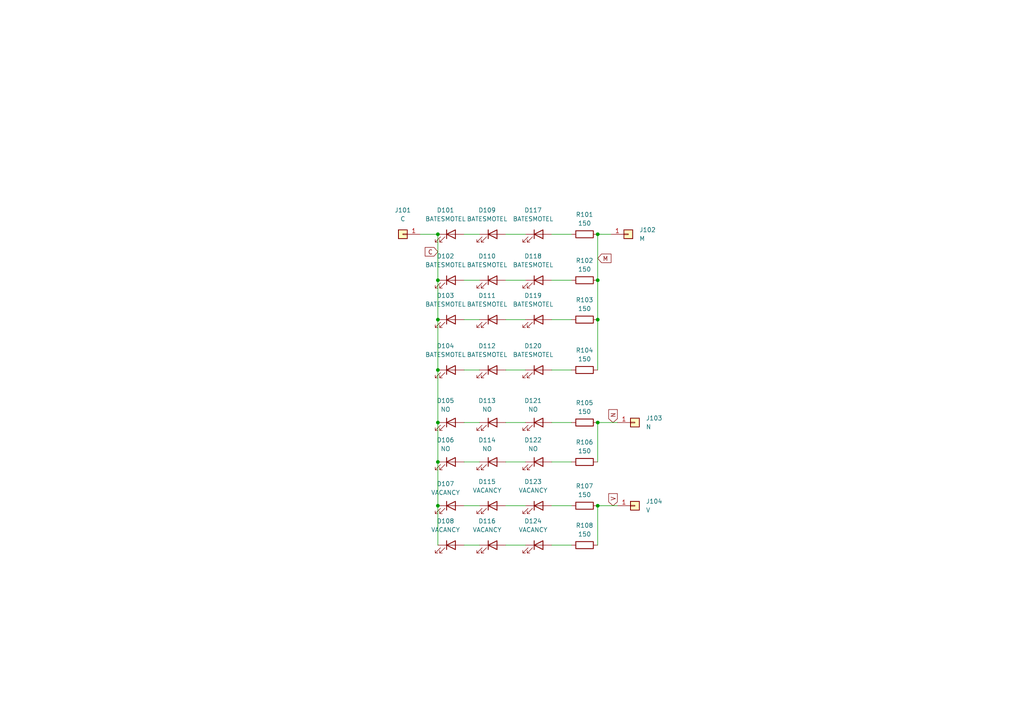
<source format=kicad_sch>
(kicad_sch (version 20211123) (generator eeschema)
  (paper "A4")
  (lib_symbols
    (symbol "Connector_Generic:Conn_01x01" (pin_names (offset 1.016) hide)
      (property "Reference" "J" (at 0 2.54 0))
      (property "Value" "Conn_01x01" (at 0 -2.54 0))
      (symbol "Conn_01x01_1_1"
        (rectangle (start -1.27 0.127) (end 0 -0.127) (stroke (width 0.1524)))
        (rectangle (start -1.27 1.27) (end 1.27 -1.27) (stroke (width 0.254)) (fill (type background)))
        (pin passive line (at -5.08 0 0) (length 3.81) (name "Pin_1") (number "1"))
      )
    )
    (symbol "Device:LED" (pin_numbers hide) (pin_names (offset 1.016) hide)
      (property "Reference" "D" (at 0 2.54 0))
      (property "Value" "LED" (at 0 -2.54 0))
      (symbol "LED_0_1"
        (polyline (pts (xy -1.27 -1.27) (xy -1.27 1.27)) (stroke (width 0.254)))
        (polyline (pts (xy -1.27 0) (xy 1.27 0)))
        (polyline (pts (xy 1.27 -1.27) (xy 1.27 1.27) (xy -1.27 0) (xy 1.27 -1.27)) (stroke (width 0.254)))
        (polyline (pts (xy -3.048 -0.762) (xy -4.572 -2.286) (xy -3.81 -2.286) (xy -4.572 -2.286) (xy -4.572 -1.524)))
        (polyline (pts (xy -1.778 -0.762) (xy -3.302 -2.286) (xy -2.54 -2.286) (xy -3.302 -2.286) (xy -3.302 -1.524)))
      )
      (symbol "LED_1_1"
        (pin passive line (at -3.81 0 0) (length 2.54) (name "K") (number "1"))
        (pin passive line (at 3.81 0 180) (length 2.54) (name "A") (number "2"))
      )
    )
    (symbol "Device:R" (pin_numbers hide) (pin_names (offset 0))
      (property "Reference" "R" (at 2.032 0 90))
      (property "Value" "R" (at 0 0 90))
      (symbol "R_0_1"
        (rectangle (start -1.016 -2.54) (end 1.016 2.54) (stroke (width 0.254)))
      )
      (symbol "R_1_1"
        (pin passive line (at 0 3.81 270) (length 1.27) (name "~") (number "1"))
        (pin passive line (at 0 -3.81 90) (length 1.27) (name "~") (number "2"))
      )
    )
  )
  (junction (at 173.355 67.945))
  (junction (at 173.355 92.71))
  (junction (at 127 133.985))
  (junction (at 127 146.685))
  (junction (at 173.355 122.555))
  (junction (at 127 92.71))
  (junction (at 127 81.28))
  (junction (at 127 67.945))
  (junction (at 127 122.555))
  (junction (at 173.355 81.28))
  (junction (at 127 107.315))
  (junction (at 173.355 146.685))
  (wire (pts (xy 127 133.985) (xy 127 146.685)))
  (wire (pts (xy 146.685 67.945) (xy 152.4 67.945)))
  (wire (pts (xy 173.355 122.555) (xy 173.355 133.985)))
  (wire (pts (xy 134.62 146.685) (xy 139.065 146.685)))
  (wire (pts (xy 121.92 67.945) (xy 127 67.945)))
  (wire (pts (xy 160.02 133.985) (xy 165.735 133.985)))
  (wire (pts (xy 127 92.71) (xy 127 107.315)))
  (wire (pts (xy 134.62 107.315) (xy 139.065 107.315)))
  (wire (pts (xy 160.02 81.28) (xy 165.735 81.28)))
  (wire (pts (xy 146.685 92.71) (xy 152.4 92.71)))
  (wire (pts (xy 146.685 107.315) (xy 152.4 107.315)))
  (wire (pts (xy 173.355 146.685) (xy 179.07 146.685)))
  (wire (pts (xy 160.02 146.685) (xy 165.735 146.685)))
  (wire (pts (xy 173.355 81.28) (xy 173.355 92.71)))
  (wire (pts (xy 160.02 122.555) (xy 165.735 122.555)))
  (wire (pts (xy 173.355 122.555) (xy 179.07 122.555)))
  (wire (pts (xy 134.62 158.115) (xy 139.065 158.115)))
  (wire (pts (xy 146.685 133.985) (xy 152.4 133.985)))
  (wire (pts (xy 127 67.945) (xy 127 81.28)))
  (wire (pts (xy 160.02 158.115) (xy 165.735 158.115)))
  (wire (pts (xy 160.02 92.71) (xy 165.735 92.71)))
  (wire (pts (xy 173.355 92.71) (xy 173.355 107.315)))
  (wire (pts (xy 146.685 158.115) (xy 152.4 158.115)))
  (wire (pts (xy 127 146.685) (xy 127 158.115)))
  (wire (pts (xy 146.685 81.28) (xy 152.4 81.28)))
  (wire (pts (xy 127 122.555) (xy 127 133.985)))
  (wire (pts (xy 134.62 81.28) (xy 139.065 81.28)))
  (wire (pts (xy 173.355 67.945) (xy 173.355 81.28)))
  (wire (pts (xy 134.62 122.555) (xy 139.065 122.555)))
  (wire (pts (xy 127 107.315) (xy 127 122.555)))
  (wire (pts (xy 134.62 67.945) (xy 139.065 67.945)))
  (wire (pts (xy 146.685 122.555) (xy 152.4 122.555)))
  (wire (pts (xy 173.355 67.945) (xy 177.165 67.945)))
  (wire (pts (xy 173.355 146.685) (xy 173.355 158.115)))
  (wire (pts (xy 160.02 67.945) (xy 165.735 67.945)))
  (wire (pts (xy 146.685 146.685) (xy 152.4 146.685)))
  (wire (pts (xy 134.62 92.71) (xy 139.065 92.71)))
  (wire (pts (xy 134.62 133.985) (xy 139.065 133.985)))
  (wire (pts (xy 160.02 107.315) (xy 165.735 107.315)))
  (wire (pts (xy 127 81.28) (xy 127 92.71)))
  (global_label "C" (shape input) (at 127 73.025 180) (property "Intersheet References" "${INTERSHEET_REFS}" (effects hide)))
  (global_label "V" (shape input) (at 177.8 146.685 90) (property "Intersheet References" "${INTERSHEET_REFS}" (effects hide)))
  (global_label "N" (shape input) (at 177.8 122.555 90) (property "Intersheet References" "${INTERSHEET_REFS}" (effects hide)))
  (global_label "M" (shape input) (at 173.355 74.93 0) (property "Intersheet References" "${INTERSHEET_REFS}" (effects hide)))
  (symbol (lib_id "Device:LED") (at 156.21 107.315 0) (unit 1)
    (property "Reference" "D120" (at 154.6225 100.33 0))
    (property "Value" "BATESMOTEL" (at 154.6225 102.87 0))
    (property "Footprint" "LED_SMD:LED_1206_3216Metric" (effects hide))
    (property "Mouser Part Number" "743-S126AT5UW" (effects hide))
  )
  (symbol (lib_id "Device:LED") (at 130.81 146.685 0) (unit 1)
    (property "Reference" "D107" (at 129.2225 140.335 0))
    (property "Value" "VACANCY" (at 129.2225 142.875 0))
    (property "Footprint" "LED_SMD:LED_0603_1608Metric" (effects hide))
    (property "Mouser Part Number" "630-HSMW-C191-U0000" (effects hide))
  )
  (symbol (lib_id "Device:LED") (at 142.875 146.685 0) (unit 1)
    (property "Reference" "D115" (at 141.2875 139.7 0))
    (property "Value" "VACANCY" (at 141.2875 142.24 0))
    (property "Footprint" "LED_SMD:LED_0603_1608Metric" (effects hide))
    (property "Mouser Part Number" "630-HSMW-C191-U0000" (effects hide))
  )
  (symbol (lib_id "Device:LED") (at 130.81 81.28 0) (unit 1)
    (property "Reference" "D102" (at 129.2225 74.295 0))
    (property "Value" "BATESMOTEL" (at 129.2225 76.835 0))
    (property "Footprint" "LED_SMD:LED_1206_3216Metric" (effects hide))
    (property "Mouser Part Number" "743-S126AT5UW" (effects hide))
  )
  (symbol (lib_id "Device:LED") (at 156.21 81.28 0) (unit 1)
    (property "Reference" "D118" (at 154.6225 74.295 0))
    (property "Value" "BATESMOTEL" (at 154.6225 76.835 0))
    (property "Footprint" "LED_SMD:LED_1206_3216Metric" (effects hide))
    (property "Mouser Part Number" "743-S126AT5UW" (effects hide))
  )
  (symbol (lib_id "Device:LED") (at 142.875 107.315 0) (unit 1)
    (property "Reference" "D112" (at 141.2875 100.33 0))
    (property "Value" "BATESMOTEL" (at 141.2875 102.87 0))
    (property "Footprint" "LED_SMD:LED_1206_3216Metric" (effects hide))
    (property "Mouser Part Number" "743-S126AT5UW" (effects hide))
  )
  (symbol (lib_id "Device:LED") (at 130.81 67.945 0) (unit 1)
    (property "Reference" "D101" (at 129.2225 60.96 0))
    (property "Value" "BATESMOTEL" (at 129.2225 63.5 0))
    (property "Footprint" "LED_SMD:LED_1206_3216Metric" (effects hide))
    (property "Mouser Part Number" "743-S126AT5UW" (effects hide))
  )
  (symbol (lib_id "Device:LED") (at 130.81 122.555 0) (unit 1)
    (property "Reference" "D105" (at 129.2225 116.205 0))
    (property "Value" "NO" (at 129.2225 118.745 0))
    (property "Footprint" "LED_SMD:LED_0603_1608Metric" (effects hide))
    (property "Mouser Part Number" "630-HSMW-C191-U0000" (effects hide))
  )
  (symbol (lib_id "Device:LED") (at 142.875 133.985 0) (unit 1)
    (property "Reference" "D114" (at 141.2875 127.635 0))
    (property "Value" "NO" (at 141.2875 130.175 0))
    (property "Footprint" "LED_SMD:LED_0603_1608Metric" (effects hide))
    (property "Mouser Part Number" "630-HSMW-C191-U0000" (effects hide))
  )
  (symbol (lib_id "Device:R") (at 169.545 107.315 90) (unit 1)
    (property "Reference" "R104" (at 169.545 101.6 90))
    (property "Value" "150" (at 169.545 104.14 90))
    (property "Footprint" "Resistor_SMD:R_0603_1608Metric" (effects hide))
    (property "Mouser Part Number" "603-RT0603FRE13150RL" (effects hide))
  )
  (symbol (lib_id "Device:LED") (at 142.875 122.555 0) (unit 1)
    (property "Reference" "D113" (at 141.2875 116.205 0))
    (property "Value" "NO" (at 141.2875 118.745 0))
    (property "Footprint" "LED_SMD:LED_0603_1608Metric" (effects hide))
    (property "Mouser Part Number" "630-HSMW-C191-U0000" (effects hide))
  )
  (symbol (lib_id "Device:LED") (at 142.875 158.115 0) (unit 1)
    (property "Reference" "D116" (at 141.2875 151.13 0))
    (property "Value" "VACANCY" (at 141.2875 153.67 0))
    (property "Footprint" "LED_SMD:LED_0603_1608Metric" (effects hide))
    (property "Mouser Part Number" "630-HSMW-C191-U0000" (effects hide))
  )
  (symbol (lib_id "Device:LED") (at 130.81 107.315 0) (unit 1)
    (property "Reference" "D104" (at 129.2225 100.33 0))
    (property "Value" "BATESMOTEL" (at 129.2225 102.87 0))
    (property "Footprint" "LED_SMD:LED_1206_3216Metric" (effects hide))
    (property "Mouser Part Number" "743-S126AT5UW" (effects hide))
  )
  (symbol (lib_id "Connector_Generic:Conn_01x01") (at 184.15 146.685 0) (unit 1)
    (property "Reference" "J104" (at 187.325 145.4149 0) (effects (justify left)))
    (property "Value" "V" (at 187.325 147.9549 0) (effects (justify left)))
    (property "Footprint" "Pads:ContactPad" (effects hide))
  )
  (symbol (lib_id "Device:LED") (at 142.875 92.71 0) (unit 1)
    (property "Reference" "D111" (at 141.2875 85.725 0))
    (property "Value" "BATESMOTEL" (at 141.2875 88.265 0))
    (property "Footprint" "LED_SMD:LED_1206_3216Metric" (effects hide))
    (property "Mouser Part Number" "743-S126AT5UW" (effects hide))
  )
  (symbol (lib_id "Device:LED") (at 142.875 67.945 0) (unit 1)
    (property "Reference" "D109" (at 141.2875 60.96 0))
    (property "Value" "BATESMOTEL" (at 141.2875 63.5 0))
    (property "Footprint" "LED_SMD:LED_1206_3216Metric" (effects hide))
    (property "Mouser Part Number" "743-S126AT5UW" (effects hide))
  )
  (symbol (lib_id "Device:LED") (at 142.875 81.28 0) (unit 1)
    (property "Reference" "D110" (at 141.2875 74.295 0))
    (property "Value" "BATESMOTEL" (at 141.2875 76.835 0))
    (property "Footprint" "LED_SMD:LED_1206_3216Metric" (effects hide))
    (property "Mouser Part Number" "743-S126AT5UW" (effects hide))
  )
  (symbol (lib_id "Device:R") (at 169.545 67.945 90) (unit 1)
    (property "Reference" "R101" (at 169.545 62.23 90))
    (property "Value" "150" (at 169.545 64.77 90))
    (property "Footprint" "Resistor_SMD:R_0603_1608Metric" (effects hide))
    (property "Mouser Part Number" "603-RT0603FRE13150RL" (effects hide))
  )
  (symbol (lib_id "Device:LED") (at 156.21 158.115 0) (unit 1)
    (property "Reference" "D124" (at 154.6225 151.13 0))
    (property "Value" "VACANCY" (at 154.6225 153.67 0))
    (property "Footprint" "LED_SMD:LED_0603_1608Metric" (effects hide))
    (property "Mouser Part Number" "630-HSMW-C191-U0000" (effects hide))
  )
  (symbol (lib_id "Device:R") (at 169.545 81.28 90) (unit 1)
    (property "Reference" "R102" (at 169.545 75.565 90))
    (property "Value" "150" (at 169.545 78.105 90))
    (property "Footprint" "Resistor_SMD:R_0603_1608Metric" (effects hide))
    (property "Mouser Part Number" "603-RT0603FRE13150RL" (effects hide))
  )
  (symbol (lib_id "Device:LED") (at 130.81 92.71 0) (unit 1)
    (property "Reference" "D103" (at 129.2225 85.725 0))
    (property "Value" "BATESMOTEL" (at 129.2225 88.265 0))
    (property "Footprint" "LED_SMD:LED_1206_3216Metric" (effects hide))
    (property "Mouser Part Number" "743-S126AT5UW" (effects hide))
  )
  (symbol (lib_id "Device:LED") (at 156.21 146.685 0) (unit 1)
    (property "Reference" "D123" (at 154.6225 139.7 0))
    (property "Value" "VACANCY" (at 154.6225 142.24 0))
    (property "Footprint" "LED_SMD:LED_0603_1608Metric" (effects hide))
    (property "Mouser Part Number" "630-HSMW-C191-U0000" (effects hide))
  )
  (symbol (lib_id "Device:LED") (at 156.21 67.945 0) (unit 1)
    (property "Reference" "D117" (at 154.6225 60.96 0))
    (property "Value" "BATESMOTEL" (at 154.6225 63.5 0))
    (property "Footprint" "LED_SMD:LED_1206_3216Metric" (effects hide))
    (property "Mouser Part Number" "743-S126AT5UW" (effects hide))
  )
  (symbol (lib_id "Connector_Generic:Conn_01x01") (at 116.84 67.945 180) (unit 1)
    (property "Reference" "J101" (at 116.84 60.96 0))
    (property "Value" "C" (at 116.84 63.5 0))
    (property "Footprint" "Pads:ContactPad" (effects hide))
  )
  (symbol (lib_id "Device:LED") (at 130.81 133.985 0) (unit 1)
    (property "Reference" "D106" (at 129.2225 127.635 0))
    (property "Value" "NO" (at 129.2225 130.175 0))
    (property "Footprint" "LED_SMD:LED_0603_1608Metric" (effects hide))
    (property "Mouser Part Number" "630-HSMW-C191-U0000" (effects hide))
  )
  (symbol (lib_id "Connector_Generic:Conn_01x01") (at 182.245 67.945 0) (unit 1)
    (property "Reference" "J102" (at 185.42 66.6749 0) (effects (justify left)))
    (property "Value" "M" (at 185.42 69.2149 0) (effects (justify left)))
    (property "Footprint" "Pads:ContactPad" (effects hide))
  )
  (symbol (lib_id "Device:LED") (at 130.81 158.115 0) (unit 1)
    (property "Reference" "D108" (at 129.2225 151.13 0))
    (property "Value" "VACANCY" (at 129.2225 153.67 0))
    (property "Footprint" "LED_SMD:LED_0603_1608Metric" (effects hide))
    (property "Mouser Part Number" "630-HSMW-C191-U0000" (effects hide))
  )
  (symbol (lib_id "Connector_Generic:Conn_01x01") (at 184.15 122.555 0) (unit 1)
    (property "Reference" "J103" (at 187.325 121.2849 0) (effects (justify left)))
    (property "Value" "N" (at 187.325 123.8249 0) (effects (justify left)))
    (property "Footprint" "Pads:ContactPad" (effects hide))
  )
  (symbol (lib_id "Device:R") (at 169.545 133.985 90) (unit 1)
    (property "Reference" "R106" (at 169.545 128.27 90))
    (property "Value" "150" (at 169.545 130.81 90))
    (property "Footprint" "Resistor_SMD:R_0603_1608Metric" (effects hide))
    (property "Mouser Part Number" "603-RT0603FRE13150RL" (effects hide))
  )
  (symbol (lib_id "Device:R") (at 169.545 92.71 90) (unit 1)
    (property "Reference" "R103" (at 169.545 86.995 90))
    (property "Value" "150" (at 169.545 89.535 90))
    (property "Footprint" "Resistor_SMD:R_0603_1608Metric" (effects hide))
    (property "Mouser Part Number" "603-RT0603FRE13150RL" (effects hide))
  )
  (symbol (lib_id "Device:LED") (at 156.21 122.555 0) (unit 1)
    (property "Reference" "D121" (at 154.6225 116.205 0))
    (property "Value" "NO" (at 154.6225 118.745 0))
    (property "Footprint" "LED_SMD:LED_0603_1608Metric" (effects hide))
    (property "Mouser Part Number" "630-HSMW-C191-U0000" (effects hide))
  )
  (symbol (lib_id "Device:R") (at 169.545 158.115 90) (unit 1)
    (property "Reference" "R108" (at 169.545 152.4 90))
    (property "Value" "150" (at 169.545 154.94 90))
    (property "Footprint" "Resistor_SMD:R_0603_1608Metric" (effects hide))
    (property "Mouser Part Number" "603-RT0603FRE13150RL" (effects hide))
  )
  (symbol (lib_id "Device:R") (at 169.545 122.555 90) (unit 1)
    (property "Reference" "R105" (at 169.545 116.84 90))
    (property "Value" "150" (at 169.545 119.38 90))
    (property "Footprint" "Resistor_SMD:R_0603_1608Metric" (effects hide))
    (property "Mouser Part Number" "603-RT0603FRE13150RL" (effects hide))
  )
  (symbol (lib_id "Device:R") (at 169.545 146.685 90) (unit 1)
    (property "Reference" "R107" (at 169.545 140.97 90))
    (property "Value" "150" (at 169.545 143.51 90))
    (property "Footprint" "Resistor_SMD:R_0603_1608Metric" (effects hide))
    (property "Mouser Part Number" "603-RT0603FRE13150RL" (effects hide))
  )
  (symbol (lib_id "Device:LED") (at 156.21 92.71 0) (unit 1)
    (property "Reference" "D119" (at 154.6225 85.725 0))
    (property "Value" "BATESMOTEL" (at 154.6225 88.265 0))
    (property "Footprint" "LED_SMD:LED_1206_3216Metric" (effects hide))
    (property "Mouser Part Number" "743-S126AT5UW" (effects hide))
  )
  (symbol (lib_id "Device:LED") (at 156.21 133.985 0) (unit 1)
    (property "Reference" "D122" (at 154.6225 127.635 0))
    (property "Value" "NO" (at 154.6225 130.175 0))
    (property "Footprint" "LED_SMD:LED_0603_1608Metric" (effects hide))
    (property "Mouser Part Number" "630-HSMW-C191-U0000" (effects hide))
  )
)
</source>
